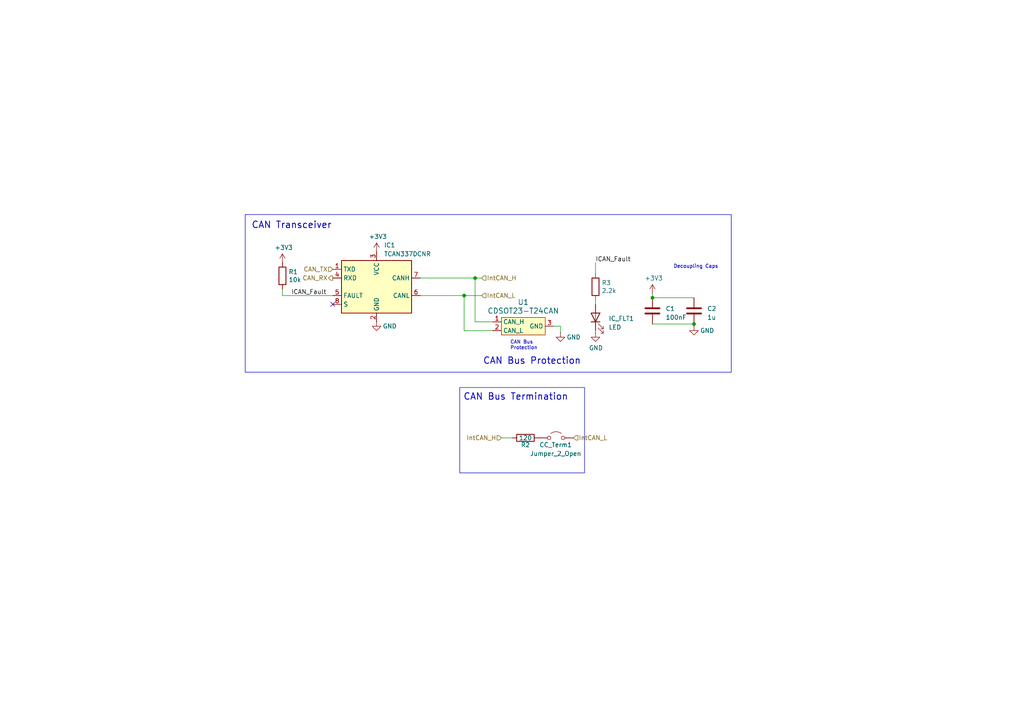
<source format=kicad_sch>
(kicad_sch (version 20250114) (generator "eeschema") (generator_version "9.0")
  (paper "A4")
  (lib_symbols
    (symbol "Device:C" (pin_numbers (hide yes)) (pin_names (offset 0.254))
      (property "Reference" "C" (at 0.635 2.54 0))
      (property "Value" "C" (at 0.635 -2.54 0))
      (symbol "C_0_1"
        (polyline (pts (xy -2.032 0.762) (xy 2.032 0.762)) (stroke (width 0.508)))
        (polyline (pts (xy -2.032 -0.762) (xy 2.032 -0.762)) (stroke (width 0.508)))
      )
      (symbol "C_1_1"
        (pin passive line (at 0 3.81 270) (length 2.794) (name "~") (number "1"))
        (pin passive line (at 0 -3.81 90) (length 2.794) (name "~") (number "2"))
      )
    )
    (symbol "Device:LED" (pin_numbers (hide yes)) (pin_names (offset 1.016) (hide yes))
      (property "Reference" "D" (at 0 2.54 0))
      (property "Value" "LED" (at 0 -2.54 0))
      (symbol "LED_0_1"
        (polyline (pts (xy -3.048 -0.762) (xy -4.572 -2.286) (xy -3.81 -2.286) (xy -4.572 -2.286) (xy -4.572 -1.524)))
        (polyline (pts (xy -1.778 -0.762) (xy -3.302 -2.286) (xy -2.54 -2.286) (xy -3.302 -2.286) (xy -3.302 -1.524)))
        (polyline (pts (xy -1.27 0) (xy 1.27 0)))
        (polyline (pts (xy -1.27 -1.27) (xy -1.27 1.27)) (stroke (width 0.254)))
        (polyline (pts (xy 1.27 -1.27) (xy 1.27 1.27) (xy -1.27 0) (xy 1.27 -1.27)) (stroke (width 0.254)))
      )
      (symbol "LED_1_1"
        (pin passive line (at -3.81 0 0) (length 2.54) (name "K") (number "1"))
        (pin passive line (at 3.81 0 180) (length 2.54) (name "A") (number "2"))
      )
    )
    (symbol "Device:R" (pin_numbers (hide yes)) (pin_names (offset 0))
      (property "Reference" "R" (at 2.032 0 90))
      (property "Value" "R" (at 0 0 90))
      (symbol "R_0_1"
        (rectangle (start -1.016 -2.54) (end 1.016 2.54) (stroke (width 0.254)))
      )
      (symbol "R_1_1"
        (pin passive line (at 0 3.81 270) (length 1.27) (name "~") (number "1"))
        (pin passive line (at 0 -3.81 90) (length 1.27) (name "~") (number "2"))
      )
    )
    (symbol "Jumper:Jumper_2_Open" (pin_numbers (hide yes)) (pin_names (offset 0) (hide yes)) (exclude_from_sim yes)
      (property "Reference" "JP" (at 0 2.794 0))
      (property "Value" "Jumper_2_Open" (at 0 -2.286 0))
      (symbol "Jumper_2_Open_0_0"
        (circle (center -2.032 0) (radius 0.508))
        (circle (center 2.032 0) (radius 0.508))
      )
      (symbol "Jumper_2_Open_0_1"
        (arc (start -1.524 1.27) (mid 0 1.778) (end 1.524 1.27))
      )
      (symbol "Jumper_2_Open_1_1"
        (pin passive line (at -5.08 0 0) (length 2.54) (name "A") (number "1"))
        (pin passive line (at 5.08 0 180) (length 2.54) (name "B") (number "2"))
      )
    )
    (symbol "UTSVT-ICs:CDSOT23-T24CAN"
      (property "Reference" "U3" (at 0 6.985 0))
      (property "Value" "CDSOT23-T24CAN" (at 0 4.445 0))
      (symbol "CDSOT23-T24CAN_0_1"
        (rectangle (start 6.35 2.54) (end -6.35 -2.54) (fill (type background)))
      )
      (symbol "CDSOT23-T24CAN_1_1"
        (pin passive line (at -8.89 1.27 0) (length 2.54) (name "CAN_H") (number "1"))
        (pin passive line (at -8.89 -1.27 0) (length 2.54) (name "CAN_L") (number "2"))
        (pin passive line (at 8.89 0 180) (length 2.54) (name "GND") (number "3"))
      )
    )
    (symbol "UTSVT-ICs:TCAN337"
      (property "Reference" "U" (at -10.16 8.89 0))
      (property "Value" "TCAN337" (at 2.54 8.89 0))
      (symbol "TCAN337_0_1"
        (rectangle (start -10.16 7.62) (end 10.16 -7.62) (stroke (width 0.254)) (fill (type background)))
      )
      (symbol "TCAN337_1_1"
        (pin input line (at -12.7 5.08 0) (length 2.54) (name "TXD") (number "1"))
        (pin tri_state line (at -12.7 2.54 0) (length 2.54) (name "RXD") (number "4"))
        (pin open_collector line (at -12.7 -2.54 0) (length 2.54) (name "FAULT") (number "5"))
        (pin input line (at -12.7 -5.08 0) (length 2.54) (name "S") (number "8"))
        (pin power_in line (at 0 10.16 270) (length 2.54) (name "VCC") (number "3"))
        (pin power_in line (at 0 -10.16 90) (length 2.54) (name "GND") (number "2"))
        (pin bidirectional line (at 12.7 2.54 180) (length 2.54) (name "CANH") (number "7"))
        (pin bidirectional line (at 12.7 -2.54 180) (length 2.54) (name "CANL") (number "6"))
      )
    )
    (symbol "power:+3.3V" (power) (pin_numbers (hide yes)) (pin_names (offset 0) (hide yes))
      (property "Value" "+3.3V" (at 0 3.556 0))
      (symbol "+3.3V_0_1"
        (polyline (pts (xy -0.762 1.27) (xy 0 2.54)))
        (polyline (pts (xy 0 2.54) (xy 0.762 1.27)))
        (polyline (pts (xy 0 0) (xy 0 2.54)))
      )
      (symbol "+3.3V_1_1"
        (pin power_in line (at 0 0 90) (length 0) (name "~") (number "1"))
      )
    )
    (symbol "power:GND" (power) (pin_numbers (hide yes)) (pin_names (offset 0) (hide yes))
      (property "Value" "GND" (at 0 -3.81 0))
      (symbol "GND_0_1"
        (polyline (pts (xy 0 0) (xy 0 -1.27) (xy 1.27 -1.27) (xy 0 -2.54) (xy -1.27 -1.27) (xy 0 -1.27)))
      )
      (symbol "GND_1_1"
        (pin power_in line (at 0 0 270) (length 0) (name "~") (number "1"))
      )
    )
  )
  (rectangle (start 71.12 62.23) (end 212.09 107.95))
  (rectangle (start 133.35 112.395) (end 169.545 137.16))
  (text "CAN Bus Protection" (at 154.305 104.775 0) (effects (font (size 1.905 1.905) (thickness 0.2381))))
  (text "CAN Bus Termination" (at 149.606 115.189 0) (effects (font (size 1.905 1.905) (thickness 0.2381))))
  (text "CAN Transceiver" (at 84.582 65.405 0) (effects (font (size 1.905 1.905) (thickness 0.2381))))
  (text "CAN Bus\nProtection" (at 147.955 101.6 0) (effects (font (size 1.016 1.016)) (justify left bottom)))
  (text "Decoupling Caps" (at 195.326 77.978 0) (effects (font (size 1.016 1.016)) (justify left bottom)))
  (junction (at 189.23 86.36))
  (junction (at 137.795 80.645))
  (junction (at 134.62 85.725))
  (junction (at 201.295 93.98))
  (no_connect (at 96.52 88.265))
  (wire (pts (xy 172.72 86.995) (xy 172.72 88.265)))
  (wire (pts (xy 189.23 86.36) (xy 201.295 86.36)))
  (wire (pts (xy 162.56 96.52) (xy 162.56 94.615)))
  (wire (pts (xy 134.62 85.725) (xy 139.7 85.725)))
  (wire (pts (xy 137.795 80.645) (xy 137.795 93.345)))
  (wire (pts (xy 121.92 85.725) (xy 134.62 85.725)))
  (wire (pts (xy 172.72 76.2) (xy 172.72 79.375)))
  (wire (pts (xy 172.72 95.885) (xy 172.72 96.52)))
  (wire (pts (xy 189.23 85.09) (xy 189.23 86.36)))
  (wire (pts (xy 134.62 85.725) (xy 134.62 95.885)))
  (wire (pts (xy 137.795 80.645) (xy 139.7 80.645)))
  (wire (pts (xy 137.795 93.345) (xy 142.875 93.345)))
  (wire (pts (xy 201.295 94.615) (xy 201.295 93.98)))
  (wire (pts (xy 145.415 127) (xy 148.59 127)))
  (wire (pts (xy 81.915 85.725) (xy 96.52 85.725)))
  (wire (pts (xy 142.875 95.885) (xy 134.62 95.885)))
  (wire (pts (xy 81.915 83.82) (xy 81.915 85.725)))
  (wire (pts (xy 121.92 80.645) (xy 137.795 80.645)))
  (wire (pts (xy 189.23 93.98) (xy 201.295 93.98)))
  (wire (pts (xy 162.56 94.615) (xy 160.655 94.615)))
  (label "ICAN_Fault" (at 172.72 76.2 0))
  (label "ICAN_Fault" (at 84.455 85.725 0))
  (hierarchical_label "IntCAN_L" (shape input) (at 166.37 127 0))
  (hierarchical_label "IntCAN_H" (shape input) (at 145.415 127 180))
  (hierarchical_label "CAN_TX" (shape input) (at 96.52 78.105 180))
  (hierarchical_label "IntCAN_H" (shape input) (at 139.7 80.645 0))
  (hierarchical_label "CAN_RX" (shape output) (at 96.52 80.645 180))
  (hierarchical_label "IntCAN_L" (shape input) (at 139.7 85.725 0))
  (symbol (lib_id "power:+3.3V") (at 109.22 73.025 0) (unit 1)
    (property "Reference" "#PWR08" (effects (hide yes)))
    (property "Value" "+3V3" (at 109.601 68.6308 0))
    (property "Description" "Power symbol creates a global label with name \"+3.3V\"" (effects (hide yes)))
  )
  (symbol (lib_id "power:GND") (at 162.56 96.52 0) (unit 1)
    (property "Reference" "#PWR010" (effects (hide yes)))
    (property "Value" "GND" (at 166.37 97.79 0))
    (property "Description" "Power symbol creates a global label with name \"GND\" , ground" (effects (hide yes)))
  )
  (symbol (lib_id "Device:LED") (at 172.72 92.075 90) (unit 1)
    (property "Reference" "IC_FLT1" (at 176.53 92.3924 90) (effects (justify right)))
    (property "Value" "LED" (at 176.53 94.9324 90) (effects (justify right)))
    (property "Footprint" "LED_SMD:LED_0603_1608Metric_Pad1.05x0.95mm_HandSolder" (effects (hide yes)))
    (property "Description" "Light emitting diode" (effects (hide yes)))
    (property "Mouser Part Number" "604-APTD2012LCGCK" (effects (hide yes)))
    (property "P/N" "APTD2012LCGCK" (effects (hide yes)))
    (property "Sim.Pins" "1=K 2=A" (effects (hide yes)))
  )
  (symbol (lib_id "Device:R") (at 152.4 127 270) (unit 1)
    (property "Reference" "R2" (at 152.4 129.032 90))
    (property "Value" "120" (at 152.4 127 90))
    (property "Footprint" "Resistor_SMD:R_0603_1608Metric_Pad0.98x0.95mm_HandSolder" (effects (hide yes)))
    (property "Description" "Resistor" (effects (hide yes)))
    (property "Mouser Part Number" "71-CRCW080559R0FKEA" (effects (hide yes)))
    (property "P/N" "CRCW080559R0FKEA" (effects (hide yes)))
  )
  (symbol (lib_id "Device:C") (at 201.295 90.17 0) (unit 1)
    (property "Reference" "C2" (at 205.105 89.535 0) (effects (justify left)))
    (property "Value" "1u" (at 205.105 92.075 0) (effects (justify left)))
    (property "Footprint" "Capacitor_SMD:C_0603_1608Metric_Pad1.08x0.95mm_HandSolder" (effects (hide yes)))
    (property "Description" "Unpolarized capacitor" (effects (hide yes)))
    (property "Mouser Part Number" "80-C0805C104M5R" (effects (hide yes)))
    (property "P/N" "C0805C104M5RACTU" (effects (hide yes)))
  )
  (symbol (lib_id "Device:R") (at 172.72 83.185 0) (unit 1)
    (property "Reference" "R3" (at 174.498 82.0166 0) (effects (justify left)))
    (property "Value" "2.2k" (at 174.498 84.328 0) (effects (justify left)))
    (property "Footprint" "Resistor_SMD:R_0603_1608Metric_Pad0.98x0.95mm_HandSolder" (effects (hide yes)))
    (property "Description" "Resistor" (effects (hide yes)))
    (property "Mouser Part Number" "Inventory" (effects (hide yes)))
    (property "P/N" "SDR10EZPF2200" (effects (hide yes)))
  )
  (symbol (lib_id "UTSVT-ICs:TCAN337") (at 109.22 83.185 0) (unit 1)
    (property "Reference" "IC1" (at 111.3633 71.12 0) (effects (justify left)))
    (property "Value" "TCAN337DCNR" (at 111.3633 73.66 0) (effects (justify left)))
    (property "Footprint" "UTSVT_ICs:TCAN337DCNR" (effects (hide yes)))
    (property "Datasheet" "http://www.ti.com/lit/ds/symlink/tcan337.pdf" (effects (hide yes)))
    (property "Description" "High-Speed CAN Transceiver, 1Mbps, 3.3V supply, silent mode, fault output, SOT-23-8/SOIC-8" (effects (hide yes)))
    (property "Height" "1.45" (effects (hide yes)))
    (property "Mouser Part Number" "595-TCAN337DCNR" (effects (hide yes)))
    (property "Mouser Price/Stock" "https://www.mouser.co.uk/ProductDetail/Texas-Instruments/TCAN337DCNR?qs=gMfM3zrbS4r1ZrvbjcW09A%3D%3D" (effects (hide yes)))
    (property "Manufacturer_Name" "Texas Instruments" (effects (hide yes)))
    (property "Manufacturer_Part_Number" "TCAN337DCNR" (effects (hide yes)))
    (property "P/N" "TCAN337DCNR" (effects (hide yes)))
  )
  (symbol (lib_id "Jumper:Jumper_2_Open") (at 161.29 127 0) (unit 1)
    (property "Reference" "CC_Term1" (at 161.163 129.032 0))
    (property "Value" "Jumper_2_Open" (at 161.163 131.572 0))
    (property "Footprint" "Connector_PinHeader_2.54mm:PinHeader_1x02_P2.54mm_Vertical" (effects (hide yes)))
    (property "Description" "Jumper, 2-pole, open" (effects (hide yes)))
  )
  (symbol (lib_id "power:GND") (at 201.295 94.615 0) (unit 1)
    (property "Reference" "#PWR013" (effects (hide yes)))
    (property "Value" "GND" (at 205.105 95.885 0))
    (property "Description" "Power symbol creates a global label with name \"GND\" , ground" (effects (hide yes)))
  )
  (symbol (lib_id "power:GND") (at 109.22 93.345 0) (unit 1)
    (property "Reference" "#PWR09" (effects (hide yes)))
    (property "Value" "GND" (at 113.03 94.615 0))
    (property "Description" "Power symbol creates a global label with name \"GND\" , ground" (effects (hide yes)))
  )
  (symbol (lib_id "UTSVT-ICs:CDSOT23-T24CAN") (at 151.765 94.615 0) (unit 1)
    (property "Reference" "U1" (at 151.765 87.63 0) (effects (font (size 1.524 1.524))))
    (property "Value" "CDSOT23-T24CAN" (at 151.765 90.17 0) (effects (font (size 1.524 1.524))))
    (property "Footprint" "UTSVT_ICs:CDSOT23-T24CAN" (effects (hide yes)))
    (property "Datasheet" "https://www.mouser.com/ProductDetail/652-CDSOT23-T24CAN" (effects (hide yes)))
    (property "Description" "CAN Bus Protector" (effects (hide yes)))
    (property "P/N" "CDSOT23-T24CAN" (effects (hide yes)))
  )
  (symbol (lib_id "Device:C") (at 189.23 90.17 0) (unit 1)
    (property "Reference" "C1" (at 193.04 89.535 0) (effects (justify left)))
    (property "Value" "100nF" (at 193.04 92.075 0) (effects (justify left)))
    (property "Footprint" "Capacitor_SMD:C_0603_1608Metric_Pad1.08x0.95mm_HandSolder" (effects (hide yes)))
    (property "Description" "Unpolarized capacitor" (effects (hide yes)))
    (property "Mouser Part Number" "80-C0805C104M5R" (effects (hide yes)))
    (property "P/N" "C0805C104M5RACTU" (effects (hide yes)))
  )
  (symbol (lib_id "power:+3.3V") (at 81.915 76.2 0) (unit 1)
    (property "Reference" "#PWR07" (effects (hide yes)))
    (property "Value" "+3V3" (at 82.296 71.8058 0))
    (property "Description" "Power symbol creates a global label with name \"+3.3V\"" (effects (hide yes)))
  )
  (symbol (lib_id "power:+3.3V") (at 189.23 85.09 0) (unit 1)
    (property "Reference" "#PWR012" (effects (hide yes)))
    (property "Value" "+3V3" (at 189.611 80.6958 0))
    (property "Description" "Power symbol creates a global label with name \"+3.3V\"" (effects (hide yes)))
  )
  (symbol (lib_id "power:GND") (at 172.72 96.52 0) (unit 1)
    (property "Reference" "#PWR011" (effects (hide yes)))
    (property "Value" "GND" (at 172.847 100.9142 0))
    (property "Description" "Power symbol creates a global label with name \"GND\" , ground" (effects (hide yes)))
  )
  (symbol (lib_id "Device:R") (at 81.915 80.01 0) (unit 1)
    (property "Reference" "R1" (at 83.693 78.8416 0) (effects (justify left)))
    (property "Value" "10k" (at 83.693 81.153 0) (effects (justify left)))
    (property "Footprint" "Resistor_SMD:R_0603_1608Metric_Pad0.98x0.95mm_HandSolder" (effects (hide yes)))
    (property "Description" "Resistor" (effects (hide yes)))
    (property "P/N" "CRCW08054K70FKEA" (effects (hide yes)))
  )
)
</source>
